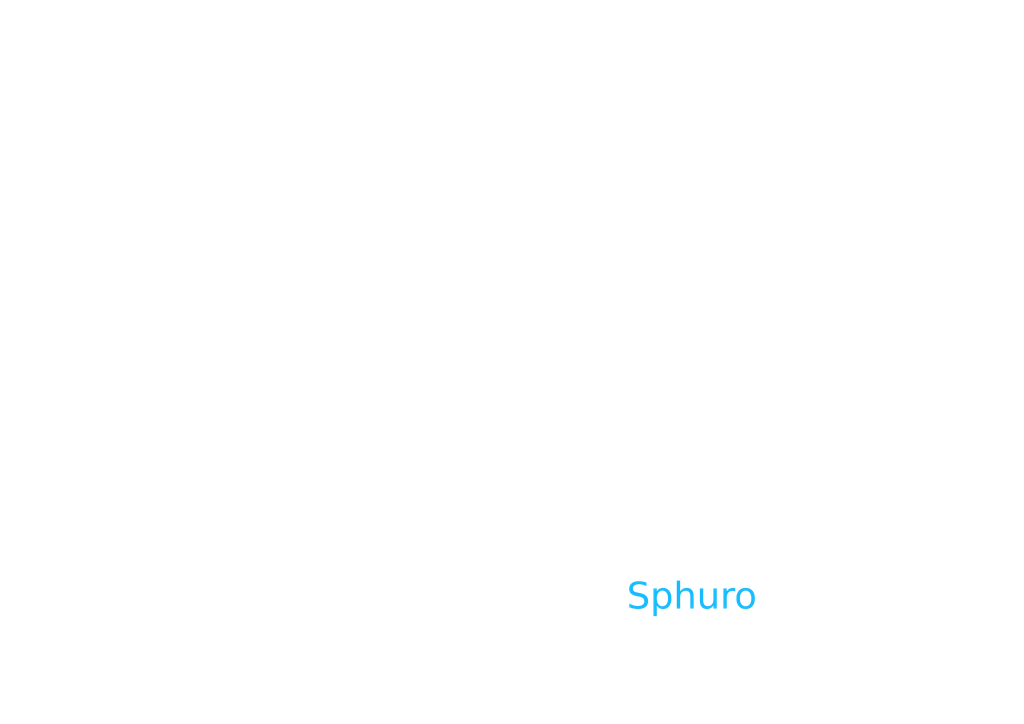
<source format=kicad_sch>
(kicad_sch
	(version 20231120)
	(generator "eeschema")
	(generator_version "8.0")
	(uuid "51fc9321-1d68-4eb3-9199-2bb01812d848")
	(paper "A4")
	(lib_symbols)
	(text "Sphuro"
		(exclude_from_sim no)
		(at 200.66 175.514 0)
		(effects
			(font
				(face "BigBlueTermPlus Nerd Font")
				(size 7.62 7.62)
				(color 22 184 255 1)
			)
		)
		(uuid "5154ab11-6fd6-4a52-a2a5-b364d32e7111")
	)
	(sheet_instances
		(path "/"
			(page "1")
		)
	)
)

</source>
